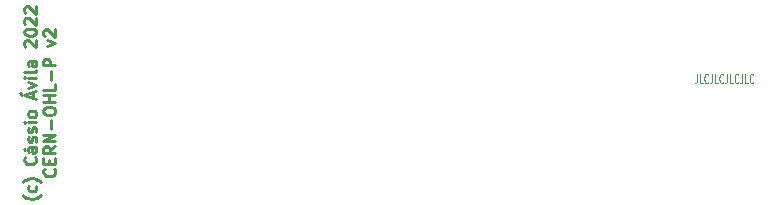
<source format=gto>
G04 #@! TF.GenerationSoftware,KiCad,Pcbnew,6.0.5*
G04 #@! TF.CreationDate,2022-06-07T20:26:54-03:00*
G04 #@! TF.ProjectId,tenax,74656e61-782e-46b6-9963-61645f706362,rev?*
G04 #@! TF.SameCoordinates,Original*
G04 #@! TF.FileFunction,Legend,Top*
G04 #@! TF.FilePolarity,Positive*
%FSLAX46Y46*%
G04 Gerber Fmt 4.6, Leading zero omitted, Abs format (unit mm)*
G04 Created by KiCad (PCBNEW 6.0.5) date 2022-06-07 20:26:54*
%MOMM*%
%LPD*%
G01*
G04 APERTURE LIST*
%ADD10C,0.250000*%
%ADD11C,0.100000*%
%ADD12C,4.100000*%
%ADD13C,3.000000*%
%ADD14C,1.900000*%
%ADD15C,4.300000*%
%ADD16C,1.200000*%
%ADD17C,0.300000*%
%ADD18C,2.082800*%
G04 APERTURE END LIST*
D10*
X140802334Y-99637335D02*
X140754715Y-99684954D01*
X140611858Y-99780192D01*
X140516620Y-99827811D01*
X140373762Y-99875430D01*
X140135667Y-99923049D01*
X139945191Y-99923049D01*
X139707096Y-99875430D01*
X139564239Y-99827811D01*
X139469001Y-99780192D01*
X139326143Y-99684954D01*
X139278524Y-99637335D01*
X140373762Y-98827811D02*
X140421381Y-98923049D01*
X140421381Y-99113525D01*
X140373762Y-99208763D01*
X140326143Y-99256382D01*
X140230905Y-99304002D01*
X139945191Y-99304002D01*
X139849953Y-99256382D01*
X139802334Y-99208763D01*
X139754715Y-99113525D01*
X139754715Y-98923049D01*
X139802334Y-98827811D01*
X140802334Y-98494478D02*
X140754715Y-98446859D01*
X140611858Y-98351621D01*
X140516620Y-98304002D01*
X140373762Y-98256382D01*
X140135667Y-98208763D01*
X139945191Y-98208763D01*
X139707096Y-98256382D01*
X139564239Y-98304002D01*
X139469001Y-98351621D01*
X139326143Y-98446859D01*
X139278524Y-98494478D01*
X140326143Y-96399240D02*
X140373762Y-96446859D01*
X140421381Y-96589716D01*
X140421381Y-96684954D01*
X140373762Y-96827811D01*
X140278524Y-96923049D01*
X140183286Y-96970668D01*
X139992810Y-97018287D01*
X139849953Y-97018287D01*
X139659477Y-96970668D01*
X139564239Y-96923049D01*
X139469001Y-96827811D01*
X139421381Y-96684954D01*
X139421381Y-96589716D01*
X139469001Y-96446859D01*
X139516620Y-96399240D01*
X140421381Y-95542097D02*
X139897572Y-95542097D01*
X139802334Y-95589716D01*
X139754715Y-95684954D01*
X139754715Y-95875430D01*
X139802334Y-95970668D01*
X140373762Y-95542097D02*
X140421381Y-95637335D01*
X140421381Y-95875430D01*
X140373762Y-95970668D01*
X140278524Y-96018287D01*
X140183286Y-96018287D01*
X140088048Y-95970668D01*
X140040429Y-95875430D01*
X140040429Y-95637335D01*
X139992810Y-95542097D01*
X139373762Y-95684954D02*
X139516620Y-95827811D01*
X140373762Y-95113525D02*
X140421381Y-95018287D01*
X140421381Y-94827811D01*
X140373762Y-94732573D01*
X140278524Y-94684954D01*
X140230905Y-94684954D01*
X140135667Y-94732573D01*
X140088048Y-94827811D01*
X140088048Y-94970668D01*
X140040429Y-95065906D01*
X139945191Y-95113525D01*
X139897572Y-95113525D01*
X139802334Y-95065906D01*
X139754715Y-94970668D01*
X139754715Y-94827811D01*
X139802334Y-94732573D01*
X140373762Y-94304002D02*
X140421381Y-94208763D01*
X140421381Y-94018287D01*
X140373762Y-93923049D01*
X140278524Y-93875430D01*
X140230905Y-93875430D01*
X140135667Y-93923049D01*
X140088048Y-94018287D01*
X140088048Y-94161144D01*
X140040429Y-94256382D01*
X139945191Y-94304002D01*
X139897572Y-94304002D01*
X139802334Y-94256382D01*
X139754715Y-94161144D01*
X139754715Y-94018287D01*
X139802334Y-93923049D01*
X140421381Y-93446859D02*
X139754715Y-93446859D01*
X139421381Y-93446859D02*
X139469001Y-93494478D01*
X139516620Y-93446859D01*
X139469001Y-93399240D01*
X139421381Y-93446859D01*
X139516620Y-93446859D01*
X140421381Y-92827811D02*
X140373762Y-92923049D01*
X140326143Y-92970668D01*
X140230905Y-93018287D01*
X139945191Y-93018287D01*
X139849953Y-92970668D01*
X139802334Y-92923049D01*
X139754715Y-92827811D01*
X139754715Y-92684954D01*
X139802334Y-92589716D01*
X139849953Y-92542097D01*
X139945191Y-92494478D01*
X140230905Y-92494478D01*
X140326143Y-92542097D01*
X140373762Y-92589716D01*
X140421381Y-92684954D01*
X140421381Y-92827811D01*
X140135667Y-91351621D02*
X140135667Y-90875430D01*
X140421381Y-91446859D02*
X139421381Y-91113525D01*
X140421381Y-90780192D01*
X139040429Y-91018287D02*
X139183286Y-91161144D01*
X139754715Y-90542097D02*
X140421381Y-90304002D01*
X139754715Y-90065906D01*
X140421381Y-89684954D02*
X139754715Y-89684954D01*
X139421381Y-89684954D02*
X139469001Y-89732573D01*
X139516620Y-89684954D01*
X139469001Y-89637335D01*
X139421381Y-89684954D01*
X139516620Y-89684954D01*
X140421381Y-89065906D02*
X140373762Y-89161144D01*
X140278524Y-89208763D01*
X139421381Y-89208763D01*
X140421381Y-88256382D02*
X139897572Y-88256382D01*
X139802334Y-88304002D01*
X139754715Y-88399240D01*
X139754715Y-88589716D01*
X139802334Y-88684954D01*
X140373762Y-88256382D02*
X140421381Y-88351621D01*
X140421381Y-88589716D01*
X140373762Y-88684954D01*
X140278524Y-88732573D01*
X140183286Y-88732573D01*
X140088048Y-88684954D01*
X140040429Y-88589716D01*
X140040429Y-88351621D01*
X139992810Y-88256382D01*
X139516620Y-87065906D02*
X139469001Y-87018287D01*
X139421381Y-86923049D01*
X139421381Y-86684954D01*
X139469001Y-86589716D01*
X139516620Y-86542097D01*
X139611858Y-86494478D01*
X139707096Y-86494478D01*
X139849953Y-86542097D01*
X140421381Y-87113525D01*
X140421381Y-86494478D01*
X139421381Y-85875430D02*
X139421381Y-85780192D01*
X139469001Y-85684954D01*
X139516620Y-85637335D01*
X139611858Y-85589716D01*
X139802334Y-85542097D01*
X140040429Y-85542097D01*
X140230905Y-85589716D01*
X140326143Y-85637335D01*
X140373762Y-85684954D01*
X140421381Y-85780192D01*
X140421381Y-85875430D01*
X140373762Y-85970668D01*
X140326143Y-86018287D01*
X140230905Y-86065906D01*
X140040429Y-86113525D01*
X139802334Y-86113525D01*
X139611858Y-86065906D01*
X139516620Y-86018287D01*
X139469001Y-85970668D01*
X139421381Y-85875430D01*
X139516620Y-85161144D02*
X139469001Y-85113525D01*
X139421381Y-85018287D01*
X139421381Y-84780192D01*
X139469001Y-84684954D01*
X139516620Y-84637335D01*
X139611858Y-84589716D01*
X139707096Y-84589716D01*
X139849953Y-84637335D01*
X140421381Y-85208763D01*
X140421381Y-84589716D01*
X139516620Y-84208763D02*
X139469001Y-84161144D01*
X139421381Y-84065906D01*
X139421381Y-83827811D01*
X139469001Y-83732573D01*
X139516620Y-83684954D01*
X139611858Y-83637335D01*
X139707096Y-83637335D01*
X139849953Y-83684954D01*
X140421381Y-84256382D01*
X140421381Y-83637335D01*
X141936143Y-97399240D02*
X141983762Y-97446859D01*
X142031381Y-97589716D01*
X142031381Y-97684954D01*
X141983762Y-97827811D01*
X141888524Y-97923049D01*
X141793286Y-97970668D01*
X141602810Y-98018287D01*
X141459953Y-98018287D01*
X141269477Y-97970668D01*
X141174239Y-97923049D01*
X141079001Y-97827811D01*
X141031381Y-97684954D01*
X141031381Y-97589716D01*
X141079001Y-97446859D01*
X141126620Y-97399240D01*
X141507572Y-96970668D02*
X141507572Y-96637335D01*
X142031381Y-96494478D02*
X142031381Y-96970668D01*
X141031381Y-96970668D01*
X141031381Y-96494478D01*
X142031381Y-95494478D02*
X141555191Y-95827811D01*
X142031381Y-96065906D02*
X141031381Y-96065906D01*
X141031381Y-95684954D01*
X141079001Y-95589716D01*
X141126620Y-95542097D01*
X141221858Y-95494478D01*
X141364715Y-95494478D01*
X141459953Y-95542097D01*
X141507572Y-95589716D01*
X141555191Y-95684954D01*
X141555191Y-96065906D01*
X142031381Y-95065906D02*
X141031381Y-95065906D01*
X142031381Y-94494478D01*
X141031381Y-94494478D01*
X141650429Y-94018287D02*
X141650429Y-93256382D01*
X141031381Y-92589716D02*
X141031381Y-92399240D01*
X141079001Y-92304002D01*
X141174239Y-92208763D01*
X141364715Y-92161144D01*
X141698048Y-92161144D01*
X141888524Y-92208763D01*
X141983762Y-92304002D01*
X142031381Y-92399240D01*
X142031381Y-92589716D01*
X141983762Y-92684954D01*
X141888524Y-92780192D01*
X141698048Y-92827811D01*
X141364715Y-92827811D01*
X141174239Y-92780192D01*
X141079001Y-92684954D01*
X141031381Y-92589716D01*
X142031381Y-91732573D02*
X141031381Y-91732573D01*
X141507572Y-91732573D02*
X141507572Y-91161144D01*
X142031381Y-91161144D02*
X141031381Y-91161144D01*
X142031381Y-90208763D02*
X142031381Y-90684954D01*
X141031381Y-90684954D01*
X141650429Y-89875430D02*
X141650429Y-89113525D01*
X142031381Y-88637335D02*
X141031381Y-88637335D01*
X141031381Y-88256382D01*
X141079001Y-88161144D01*
X141126620Y-88113525D01*
X141221858Y-88065906D01*
X141364715Y-88065906D01*
X141459953Y-88113525D01*
X141507572Y-88161144D01*
X141555191Y-88256382D01*
X141555191Y-88637335D01*
X141364715Y-86970668D02*
X142031381Y-86732573D01*
X141364715Y-86494478D01*
X141126620Y-86161144D02*
X141079001Y-86113525D01*
X141031381Y-86018287D01*
X141031381Y-85780192D01*
X141079001Y-85684954D01*
X141126620Y-85637335D01*
X141221858Y-85589716D01*
X141317096Y-85589716D01*
X141459953Y-85637335D01*
X142031381Y-86208763D01*
X142031381Y-85589716D01*
D11*
X196365476Y-89336904D02*
X196365476Y-89908333D01*
X196341666Y-90022619D01*
X196294047Y-90098809D01*
X196222619Y-90136904D01*
X196175000Y-90136904D01*
X196841666Y-90136904D02*
X196603571Y-90136904D01*
X196603571Y-89336904D01*
X197294047Y-90060714D02*
X197270238Y-90098809D01*
X197198809Y-90136904D01*
X197151190Y-90136904D01*
X197079761Y-90098809D01*
X197032142Y-90022619D01*
X197008333Y-89946428D01*
X196984523Y-89794047D01*
X196984523Y-89679761D01*
X197008333Y-89527380D01*
X197032142Y-89451190D01*
X197079761Y-89375000D01*
X197151190Y-89336904D01*
X197198809Y-89336904D01*
X197270238Y-89375000D01*
X197294047Y-89413095D01*
X197651190Y-89336904D02*
X197651190Y-89908333D01*
X197627380Y-90022619D01*
X197579761Y-90098809D01*
X197508333Y-90136904D01*
X197460714Y-90136904D01*
X198127380Y-90136904D02*
X197889285Y-90136904D01*
X197889285Y-89336904D01*
X198579761Y-90060714D02*
X198555952Y-90098809D01*
X198484523Y-90136904D01*
X198436904Y-90136904D01*
X198365476Y-90098809D01*
X198317857Y-90022619D01*
X198294047Y-89946428D01*
X198270238Y-89794047D01*
X198270238Y-89679761D01*
X198294047Y-89527380D01*
X198317857Y-89451190D01*
X198365476Y-89375000D01*
X198436904Y-89336904D01*
X198484523Y-89336904D01*
X198555952Y-89375000D01*
X198579761Y-89413095D01*
X198936904Y-89336904D02*
X198936904Y-89908333D01*
X198913095Y-90022619D01*
X198865476Y-90098809D01*
X198794047Y-90136904D01*
X198746428Y-90136904D01*
X199413095Y-90136904D02*
X199175000Y-90136904D01*
X199175000Y-89336904D01*
X199865476Y-90060714D02*
X199841666Y-90098809D01*
X199770238Y-90136904D01*
X199722619Y-90136904D01*
X199651190Y-90098809D01*
X199603571Y-90022619D01*
X199579761Y-89946428D01*
X199555952Y-89794047D01*
X199555952Y-89679761D01*
X199579761Y-89527380D01*
X199603571Y-89451190D01*
X199651190Y-89375000D01*
X199722619Y-89336904D01*
X199770238Y-89336904D01*
X199841666Y-89375000D01*
X199865476Y-89413095D01*
X200222619Y-89336904D02*
X200222619Y-89908333D01*
X200198809Y-90022619D01*
X200151190Y-90098809D01*
X200079761Y-90136904D01*
X200032142Y-90136904D01*
X200698809Y-90136904D02*
X200460714Y-90136904D01*
X200460714Y-89336904D01*
X201151190Y-90060714D02*
X201127380Y-90098809D01*
X201055952Y-90136904D01*
X201008333Y-90136904D01*
X200936904Y-90098809D01*
X200889285Y-90022619D01*
X200865476Y-89946428D01*
X200841666Y-89794047D01*
X200841666Y-89679761D01*
X200865476Y-89527380D01*
X200889285Y-89451190D01*
X200936904Y-89375000D01*
X201008333Y-89336904D01*
X201055952Y-89336904D01*
X201127380Y-89375000D01*
X201151190Y-89413095D01*
%LPC*%
D12*
X82548998Y-79629002D03*
D13*
X78738998Y-77089002D03*
X85088998Y-74549002D03*
D14*
X77468998Y-79629002D03*
X87628998Y-79629002D03*
D13*
X204088999Y-61999001D03*
D12*
X201548999Y-67079001D03*
D14*
X196468999Y-67079001D03*
D13*
X197738999Y-64539001D03*
D14*
X206628999Y-67079001D03*
D15*
X253879898Y-87515700D03*
D14*
X215518999Y-60579002D03*
D12*
X220598999Y-60579002D03*
D14*
X225678999Y-60579002D03*
D13*
X223138999Y-55499002D03*
X216788999Y-58039002D03*
D15*
X126686109Y-122411002D03*
D13*
X264989750Y-93988250D03*
X258295155Y-95386996D03*
D14*
X256603383Y-97667874D03*
X266609029Y-99432140D03*
D12*
X261606206Y-98550007D03*
D15*
X111124000Y-76604001D03*
D16*
X142873997Y-116654002D03*
X149873997Y-116654002D03*
D17*
X151574000Y-115466501D03*
X151574000Y-114279001D03*
X151574000Y-118435251D03*
X151574000Y-116654001D03*
X151574000Y-114872751D03*
X151574000Y-117841501D03*
X151574000Y-117247751D03*
X151574000Y-116060251D03*
X151574000Y-119029001D03*
D14*
X68578999Y-104679000D03*
D12*
X63498999Y-104679000D03*
D13*
X59688999Y-102139000D03*
X66038999Y-99599000D03*
D14*
X58418999Y-104679000D03*
D12*
X220598998Y-98679001D03*
D14*
X215518998Y-98679001D03*
D13*
X223138998Y-93599001D03*
X216788998Y-96139001D03*
D14*
X225678998Y-98679001D03*
D15*
X176461888Y-122411000D03*
X52576099Y-106276300D03*
D12*
X120649000Y-107679001D03*
D14*
X125729000Y-107679001D03*
D13*
X116839000Y-105139001D03*
D14*
X115569000Y-107679001D03*
D13*
X123189000Y-102599001D03*
D12*
X82548998Y-60579001D03*
D13*
X78738998Y-58039001D03*
D14*
X87628998Y-60579001D03*
D13*
X85088998Y-55499001D03*
D14*
X77468998Y-60579001D03*
D13*
X104138999Y-100099002D03*
D14*
X96518999Y-105179002D03*
D13*
X97788999Y-102639002D03*
D12*
X101598999Y-105179002D03*
D14*
X106678999Y-105179002D03*
D13*
X254987153Y-114147598D03*
D14*
X263301027Y-118192742D03*
X253295381Y-116428476D03*
D13*
X261681748Y-112748852D03*
D12*
X258298204Y-117310609D03*
X120648999Y-88628999D03*
D13*
X123188999Y-83548999D03*
X116838999Y-86088999D03*
D14*
X125728999Y-88628999D03*
X115568999Y-88628999D03*
D12*
X239648999Y-104679003D03*
D14*
X234568999Y-104679003D03*
X244728999Y-104679003D03*
D13*
X242188999Y-99599003D03*
X235838999Y-102139003D03*
D12*
X264914204Y-79789409D03*
D13*
X261603153Y-76626398D03*
X268297748Y-75227652D03*
D14*
X269917027Y-80671542D03*
X259911381Y-78907276D03*
D12*
X44849805Y-117310607D03*
D14*
X49852628Y-116428474D03*
D13*
X40656621Y-115470795D03*
X46469084Y-111866717D03*
D14*
X39846982Y-118192740D03*
D12*
X82549000Y-98679002D03*
D14*
X77469000Y-98679002D03*
X87629000Y-98679002D03*
D13*
X78739000Y-96139002D03*
X85089000Y-93599002D03*
D14*
X58418999Y-66579000D03*
D13*
X59688999Y-64039000D03*
D12*
X63498999Y-66579000D03*
D14*
X68578999Y-66579000D03*
D13*
X66038999Y-61499000D03*
D14*
X234568998Y-66579000D03*
D13*
X242188998Y-61499000D03*
X235838998Y-64039000D03*
D12*
X239648998Y-66579000D03*
D14*
X244728998Y-66579000D03*
D13*
X66039000Y-80549002D03*
D12*
X63499000Y-85629002D03*
D14*
X58419000Y-85629002D03*
X68579000Y-85629002D03*
D13*
X59689000Y-83089002D03*
D14*
X36538982Y-99432139D03*
X46544628Y-97667873D03*
D13*
X43161084Y-93106116D03*
D12*
X41541805Y-98550006D03*
D13*
X37348621Y-96710194D03*
D14*
X187578998Y-88629000D03*
D13*
X178688998Y-86089000D03*
D12*
X182498998Y-88629000D03*
D14*
X177418998Y-88629000D03*
D13*
X185038998Y-83549000D03*
D17*
X151573999Y-66147751D03*
X151573999Y-64960251D03*
X151573999Y-63772751D03*
X151573999Y-66741501D03*
X151573999Y-64366501D03*
X151573999Y-63179001D03*
X151573999Y-65554001D03*
X151573999Y-67929001D03*
X151573999Y-67335251D03*
D13*
X96495567Y-119427738D03*
X90002348Y-121575342D03*
D14*
X88579653Y-124033072D03*
D12*
X93650178Y-124343199D03*
D14*
X98720703Y-124653326D03*
D15*
X218423598Y-114254481D03*
D14*
X173542677Y-134987224D03*
X165070397Y-140594904D03*
D13*
X164727512Y-137775874D03*
X168620767Y-132153004D03*
D12*
X169306537Y-137791064D03*
D14*
X214568376Y-124033076D03*
D12*
X209497851Y-124343203D03*
D13*
X205539894Y-122040536D03*
X211722987Y-119117615D03*
D14*
X204427326Y-124653330D03*
D13*
X34040622Y-77949595D03*
D12*
X38233806Y-79789407D03*
D13*
X39853085Y-74345517D03*
D14*
X33230983Y-80671540D03*
X43236629Y-78907274D03*
D13*
X204089001Y-81049000D03*
D14*
X196469001Y-86129000D03*
X206629001Y-86129000D03*
D13*
X197739001Y-83589000D03*
D12*
X201549001Y-86129000D03*
D14*
X234568999Y-85629001D03*
D13*
X242188999Y-80549001D03*
X235838999Y-83089001D03*
D12*
X239648999Y-85629001D03*
D14*
X244728999Y-85629001D03*
X196468999Y-105179002D03*
D13*
X197738999Y-102639002D03*
D12*
X201548999Y-105179002D03*
D14*
X206628999Y-105179002D03*
D13*
X204088999Y-100099002D03*
D15*
X192024000Y-76604001D03*
D12*
X120648999Y-69579002D03*
D14*
X125728999Y-69579002D03*
D13*
X116838999Y-67039002D03*
D14*
X115568999Y-69579002D03*
D13*
X123188999Y-64499002D03*
D15*
X250571899Y-106276302D03*
D16*
X160273998Y-116654000D03*
X153273998Y-116654000D03*
D14*
X225678999Y-79629003D03*
D13*
X223138999Y-74549003D03*
D14*
X215518999Y-79629003D03*
D12*
X220598999Y-79629003D03*
D13*
X216788999Y-77089003D03*
D15*
X49268100Y-87515702D03*
D14*
X187578999Y-69579002D03*
D13*
X185038999Y-64499002D03*
D14*
X177418999Y-69579002D03*
D12*
X182498999Y-69579002D03*
D13*
X178688999Y-67039002D03*
X97788999Y-83589002D03*
D14*
X96518999Y-86129002D03*
X106678999Y-86129002D03*
D13*
X104138999Y-81049002D03*
D12*
X101598999Y-86129002D03*
D14*
X193334525Y-126809561D03*
D13*
X189313875Y-122798031D03*
X184097974Y-127221658D03*
D14*
X183699557Y-130033377D03*
D12*
X188517041Y-128421469D03*
D14*
X119448484Y-130033365D03*
D12*
X114631000Y-128421457D03*
D14*
X109813516Y-126809549D03*
D13*
X118651650Y-124409927D03*
X111823841Y-124803784D03*
D15*
X84724398Y-114254480D03*
D12*
X182498999Y-107679002D03*
D14*
X177418999Y-107679002D03*
X187578999Y-107679002D03*
D13*
X185038999Y-102599002D03*
X178688999Y-105139002D03*
D14*
X106679000Y-67079000D03*
D13*
X97789000Y-64539000D03*
D12*
X101599000Y-67079000D03*
D13*
X104139000Y-61999000D03*
D14*
X96519000Y-67079000D03*
D12*
X133841437Y-137791064D03*
D13*
X132066252Y-133570114D03*
D14*
X138077577Y-140594904D03*
D13*
X138763347Y-134956844D03*
D14*
X129605297Y-134987224D03*
D18*
X148267001Y-61704002D03*
X148521001Y-64244002D03*
X148267001Y-66784002D03*
X148521001Y-69324002D03*
X148267001Y-71864002D03*
X148521001Y-74404002D03*
X148267001Y-76944002D03*
X148521001Y-79484002D03*
X148267001Y-82024002D03*
X148521001Y-84564002D03*
X148267001Y-87104002D03*
X148521001Y-89644002D03*
X148267001Y-92184002D03*
X148521001Y-94724002D03*
X148267001Y-97264002D03*
X148521001Y-99804002D03*
X148267001Y-102344002D03*
X148521001Y-104884002D03*
X148267001Y-107424002D03*
X148521001Y-109964002D03*
X133027001Y-109964002D03*
X133281001Y-107424002D03*
X133027001Y-104884002D03*
X133281001Y-102344002D03*
X133027001Y-99804002D03*
X133281001Y-97264002D03*
X133027001Y-94724002D03*
X133281001Y-92184002D03*
X133027001Y-89644002D03*
X133281001Y-87104002D03*
X133027001Y-84564002D03*
X133281001Y-82024002D03*
X133027001Y-79484002D03*
X133281001Y-76944002D03*
X133027001Y-74404002D03*
X133281001Y-71864002D03*
X133027001Y-69324002D03*
X133281001Y-66784002D03*
X133027001Y-64244002D03*
X133281001Y-61704002D03*
X169866997Y-61704001D03*
X170120997Y-64244001D03*
X169866997Y-66784001D03*
X170120997Y-69324001D03*
X169866997Y-71864001D03*
X170120997Y-74404001D03*
X169866997Y-76944001D03*
X170120997Y-79484001D03*
X169866997Y-82024001D03*
X170120997Y-84564001D03*
X169866997Y-87104001D03*
X170120997Y-89644001D03*
X169866997Y-92184001D03*
X170120997Y-94724001D03*
X169866997Y-97264001D03*
X170120997Y-99804001D03*
X169866997Y-102344001D03*
X170120997Y-104884001D03*
X169866997Y-107424001D03*
X170120997Y-109964001D03*
X154626997Y-109964001D03*
X154880997Y-107424001D03*
X154626997Y-104884001D03*
X154880997Y-102344001D03*
X154626997Y-99804001D03*
X154880997Y-97264001D03*
X154626997Y-94724001D03*
X154880997Y-92184001D03*
X154626997Y-89644001D03*
X154880997Y-87104001D03*
X154626997Y-84564001D03*
X154880997Y-82024001D03*
X154626997Y-79484001D03*
X154880997Y-76944001D03*
X154626997Y-74404001D03*
X154880997Y-71864001D03*
X154626997Y-69324001D03*
X154880997Y-66784001D03*
X154626997Y-64244001D03*
X154880997Y-61704001D03*
M02*

</source>
